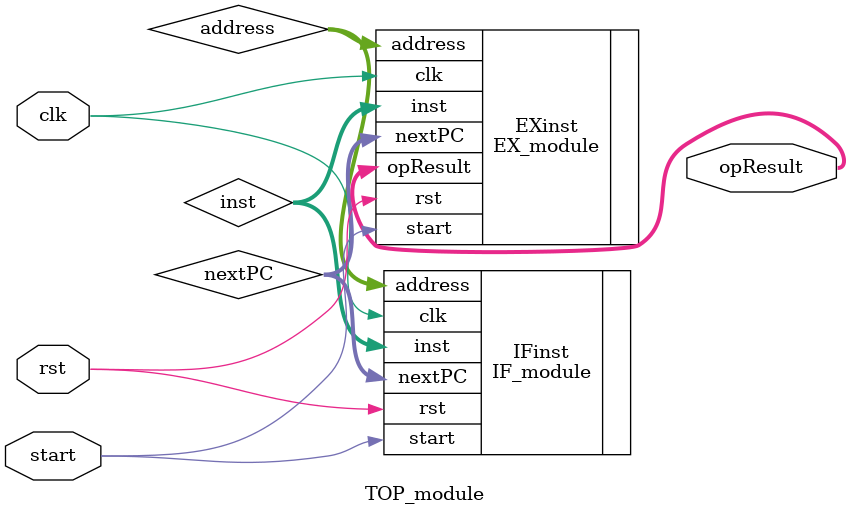
<source format=v>
`timescale 1ns / 1ps


module TOP_module(
    input   clk,                //Clock signal
            rst,                //Reset signal
            start,              //Start signal
    output wire [11:0] opResult  //Operation result - For testing purposes
    );
    
    wire [11:0]address; //Loops the resulting address to the PC
    wire [11:0]nextPC;  //The incremented PC passed from IF to EX
    wire [15:0]inst;    //The instruction associated with the current PC
    
    /*********************************************************
                           EX_module
    Takes the instruction and the incremented PC. Does any 
    computaions and decides the next PC value based on the
    instruction passed to it.                 
    **********************************************************/
    EX_module EXinst(
        //inputs
        .inst(inst),    
        .clk(clk),            
        .rst(rst),
        .start(start),
        .nextPC(nextPC),
        //outputs
        .address(address),
        .opResult(opResult)
    );
    
    /*********************************************************
                           IF_module
    Increments the current PC and retrieves the instruction from
    memory based on the current PC.                 
    **********************************************************/
    IF_module IFinst(
        //inputs
        .clk(clk),
        .rst(rst),
        .start(start),
        .address(address),
        //outputs
        .nextPC(nextPC),
        .inst(inst)
    );

endmodule

</source>
